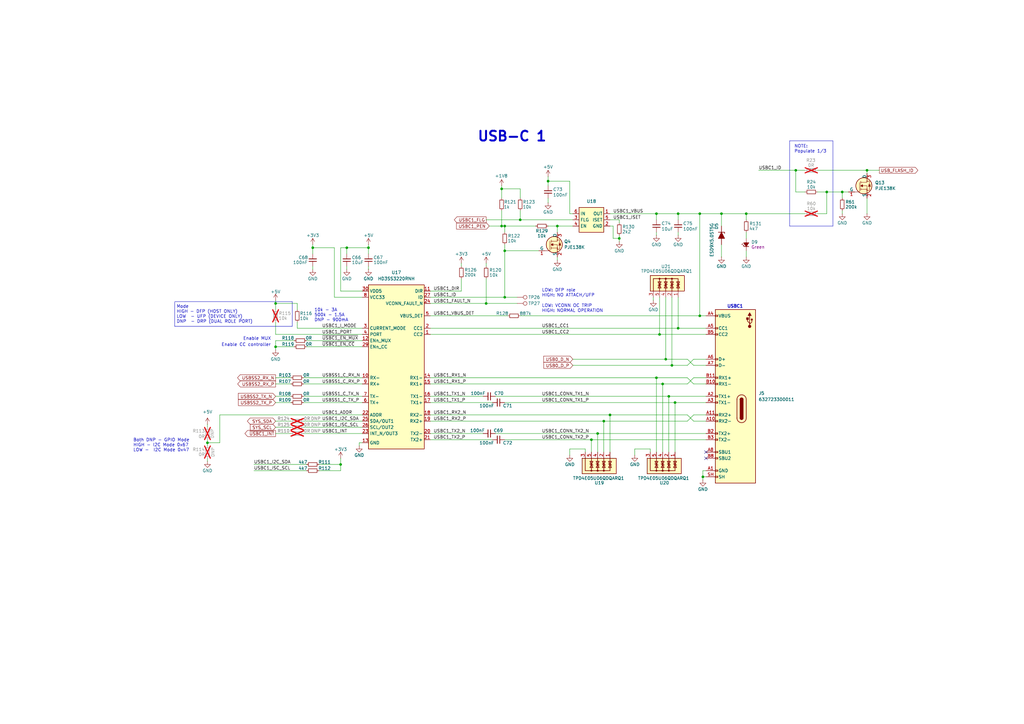
<source format=kicad_sch>
(kicad_sch (version 20231120) (generator "eeschema") (generator_version "8.0")
  (paper "A3")
  (title_block (title "Jetson Carrier Board") (date "2024-07-05") (rev "v1") (company "Argus-1 Cubesat") (comment 1 "www.antmicro.com") (comment 2 "N. Khera"))
  (junction (at 274.32 162.56))
  (junction (at 213.36 90.17))
  (junction (at 273.05 147.32))
  (junction (at 271.78 157.48))
  (junction (at 339.09 78.74))
  (junction (at 326.39 69.85))
  (junction (at 287.02 87.63))
  (junction (at 207.01 92.71))
  (junction (at 270.51 137.16))
  (junction (at 245.11 177.8))
  (junction (at 139.7 190.5))
  (junction (at 278.13 87.63))
  (junction (at 242.57 180.34))
  (junction (at 288.29 195.58))
  (junction (at 275.59 149.86))
  (junction (at 85.09 181.61))
  (junction (at 113.03 142.24))
  (junction (at 128.27 101.6))
  (junction (at 224.79 74.295))
  (junction (at 207.01 102.87))
  (junction (at 247.65 172.72))
  (junction (at 205.74 77.47))
  (junction (at 207.01 121.92))
  (junction (at 250.19 170.18))
  (junction (at 151.13 101.6))
  (junction (at 142.24 101.6))
  (junction (at 287.02 129.54))
  (junction (at 205.74 92.71))
  (junction (at 269.24 87.63))
  (junction (at 345.44 78.74))
  (junction (at 306.07 87.63))
  (junction (at 113.03 124.46))
  (junction (at 355.6 69.85))
  (junction (at 228.6 92.71))
  (junction (at 276.86 165.1))
  (junction (at 295.91 87.63))
  (junction (at 254 97.79))
  (junction (at 278.13 134.62))
  (junction (at 199.39 124.46))
  (junction (at 269.24 154.94))
  (no_connect (at 289.56 187.96))
  (no_connect (at 289.56 185.42))
  (wire (pts (xy 128.27 101.6) (xy 128.27 104.14)))
  (wire (pts (xy 124.46 154.94) (xy 148.59 154.94)))
  (wire (pts (xy 151.13 100.33) (xy 151.13 101.6)))
  (wire (pts (xy 271.78 157.48) (xy 281.94 157.48)))
  (wire (pts (xy 288.29 193.04) (xy 289.56 193.04)))
  (wire (pts (xy 124.46 175.26) (xy 148.59 175.26)))
  (wire (pts (xy 130.81 190.5) (xy 139.7 190.5)))
  (wire (pts (xy 113.03 124.46) (xy 121.92 124.46)))
  (wire (pts (xy 176.53 124.46) (xy 199.39 124.46)))
  (wire (pts (xy 205.74 76.2) (xy 205.74 77.47)))
  (wire (pts (xy 147.32 182.88) (xy 147.32 181.61)))
  (wire (pts (xy 287.02 129.54) (xy 289.56 129.54)))
  (wire (pts (xy 205.74 92.71) (xy 207.01 92.71)))
  (wire (pts (xy 274.32 162.56) (xy 289.56 162.56)))
  (wire (pts (xy 339.09 78.74) (xy 345.44 78.74)))
  (wire (pts (xy 113.03 162.56) (xy 119.38 162.56)))
  (wire (pts (xy 148.59 121.92) (xy 137.16 121.92)))
  (wire (pts (xy 113.03 177.8) (xy 119.38 177.8)))
  (wire (pts (xy 250.19 92.71) (xy 251.46 92.71)))
  (wire (pts (xy 224.79 92.71) (xy 228.6 92.71)))
  (wire (pts (xy 233.68 184.15) (xy 240.03 184.15)))
  (wire (pts (xy 326.39 78.74) (xy 330.2 78.74)))
  (wire (pts (xy 124.46 162.56) (xy 148.59 162.56)))
  (wire (pts (xy 242.57 180.34) (xy 289.56 180.34)))
  (wire (pts (xy 288.29 195.58) (xy 288.29 193.04)))
  (wire (pts (xy 176.53 154.94) (xy 269.24 154.94)))
  (wire (pts (xy 148.59 134.62) (xy 121.92 134.62)))
  (wire (pts (xy 233.68 87.63) (xy 233.68 74.295)))
  (wire (pts (xy 224.79 74.295) (xy 233.68 74.295)))
  (wire (pts (xy 306.07 95.25) (xy 306.07 97.79)))
  (wire (pts (xy 240.03 184.15) (xy 240.03 185.42)))
  (polyline (pts (xy 323.85 57.785) (xy 323.85 92.71)))
  (wire (pts (xy 142.24 109.22) (xy 142.24 110.49)))
  (polyline (pts (xy 71.628 123.952) (xy 71.628 133.858)))
  (wire (pts (xy 176.53 121.92) (xy 207.01 121.92)))
  (wire (pts (xy 113.03 124.46) (xy 113.03 127)))
  (wire (pts (xy 176.53 119.38) (xy 189.23 119.38)))
  (wire (pts (xy 234.95 147.32) (xy 273.05 147.32)))
  (wire (pts (xy 176.53 157.48) (xy 271.78 157.48)))
  (wire (pts (xy 203.2 162.56) (xy 274.32 162.56)))
  (wire (pts (xy 250.19 87.63) (xy 269.24 87.63)))
  (wire (pts (xy 207.01 180.34) (xy 242.57 180.34)))
  (wire (pts (xy 113.03 142.24) (xy 120.65 142.24)))
  (wire (pts (xy 267.97 121.92) (xy 267.97 123.19)))
  (wire (pts (xy 275.59 121.92) (xy 275.59 149.86)))
  (wire (pts (xy 281.94 172.72) (xy 284.48 170.18)))
  (wire (pts (xy 278.13 87.63) (xy 278.13 90.17)))
  (wire (pts (xy 335.28 69.85) (xy 355.6 69.85)))
  (wire (pts (xy 269.24 87.63) (xy 269.24 90.17)))
  (wire (pts (xy 85.09 180.34) (xy 85.09 181.61)))
  (wire (pts (xy 205.74 77.47) (xy 205.74 81.28)))
  (wire (pts (xy 250.19 170.18) (xy 250.19 185.42)))
  (wire (pts (xy 228.6 92.71) (xy 228.6 95.25)))
  (wire (pts (xy 234.95 149.86) (xy 275.59 149.86)))
  (wire (pts (xy 355.6 81.28) (xy 355.6 87.63)))
  (wire (pts (xy 278.13 87.63) (xy 287.02 87.63)))
  (wire (pts (xy 121.92 132.08) (xy 121.92 134.62)))
  (polyline (pts (xy 119.888 133.858) (xy 119.888 123.698)))
  (wire (pts (xy 148.59 119.38) (xy 139.7 119.38)))
  (wire (pts (xy 199.39 107.95) (xy 199.39 109.22)))
  (wire (pts (xy 271.78 157.48) (xy 271.78 185.42)))
  (wire (pts (xy 205.74 86.36) (xy 205.74 92.71)))
  (wire (pts (xy 254 90.17) (xy 254 91.44)))
  (wire (pts (xy 139.7 101.6) (xy 142.24 101.6)))
  (wire (pts (xy 254 96.52) (xy 254 97.79)))
  (wire (pts (xy 284.48 147.32) (xy 289.56 147.32)))
  (wire (pts (xy 295.91 100.33) (xy 295.91 105.41)))
  (wire (pts (xy 284.48 154.94) (xy 289.56 154.94)))
  (wire (pts (xy 228.6 92.71) (xy 234.95 92.71)))
  (wire (pts (xy 250.19 90.17) (xy 254 90.17)))
  (wire (pts (xy 254 97.79) (xy 254 99.06)))
  (wire (pts (xy 207.01 102.87) (xy 207.01 121.92)))
  (wire (pts (xy 128.27 100.33) (xy 128.27 101.6)))
  (wire (pts (xy 281.94 170.18) (xy 284.48 172.72)))
  (wire (pts (xy 284.48 172.72) (xy 289.56 172.72)))
  (wire (pts (xy 176.53 165.1) (xy 201.93 165.1)))
  (wire (pts (xy 270.51 121.92) (xy 270.51 137.16)))
  (wire (pts (xy 189.23 107.95) (xy 189.23 109.22)))
  (polyline (pts (xy 323.85 92.71) (xy 341.63 92.71)))
  (wire (pts (xy 273.05 121.92) (xy 273.05 147.32)))
  (wire (pts (xy 306.07 87.63) (xy 306.07 90.17)))
  (wire (pts (xy 113.03 139.7) (xy 120.65 139.7)))
  (wire (pts (xy 213.36 77.47) (xy 213.36 81.28)))
  (wire (pts (xy 345.44 78.74) (xy 345.44 81.28)))
  (wire (pts (xy 284.48 149.86) (xy 289.56 149.86)))
  (wire (pts (xy 326.39 69.85) (xy 330.2 69.85)))
  (polyline (pts (xy 71.628 123.698) (xy 119.888 123.698)))
  (wire (pts (xy 124.46 177.8) (xy 148.59 177.8)))
  (wire (pts (xy 278.13 121.92) (xy 278.13 134.62)))
  (wire (pts (xy 176.53 170.18) (xy 250.19 170.18)))
  (wire (pts (xy 245.11 177.8) (xy 245.11 185.42)))
  (wire (pts (xy 284.48 170.18) (xy 289.56 170.18)))
  (wire (pts (xy 139.7 119.38) (xy 139.7 101.6)))
  (wire (pts (xy 281.94 154.94) (xy 284.48 157.48)))
  (wire (pts (xy 269.24 154.94) (xy 269.24 185.42)))
  (wire (pts (xy 124.46 157.48) (xy 148.59 157.48)))
  (wire (pts (xy 176.53 180.34) (xy 201.93 180.34)))
  (wire (pts (xy 85.09 187.96) (xy 85.09 189.23)))
  (wire (pts (xy 176.53 162.56) (xy 198.12 162.56)))
  (wire (pts (xy 121.92 124.46) (xy 121.92 127)))
  (wire (pts (xy 176.53 137.16) (xy 270.51 137.16)))
  (wire (pts (xy 113.03 157.48) (xy 119.38 157.48)))
  (wire (pts (xy 90.17 170.18) (xy 90.17 181.61)))
  (wire (pts (xy 142.24 101.6) (xy 142.24 104.14)))
  (wire (pts (xy 213.36 86.36) (xy 213.36 90.17)))
  (wire (pts (xy 273.05 147.32) (xy 281.94 147.32)))
  (wire (pts (xy 207.01 165.1) (xy 276.86 165.1)))
  (wire (pts (xy 278.13 95.25) (xy 278.13 96.52)))
  (wire (pts (xy 287.02 87.63) (xy 295.91 87.63)))
  (wire (pts (xy 339.09 87.63) (xy 339.09 78.74)))
  (wire (pts (xy 233.68 87.63) (xy 234.95 87.63)))
  (wire (pts (xy 205.74 77.47) (xy 213.36 77.47)))
  (wire (pts (xy 335.28 78.74) (xy 339.09 78.74)))
  (wire (pts (xy 113.03 139.7) (xy 113.03 142.24)))
  (wire (pts (xy 274.32 162.56) (xy 274.32 185.42)))
  (wire (pts (xy 113.03 172.72) (xy 119.38 172.72)))
  (wire (pts (xy 360.68 69.85) (xy 355.6 69.85)))
  (wire (pts (xy 124.46 165.1) (xy 148.59 165.1)))
  (wire (pts (xy 260.35 186.69) (xy 260.35 184.15)))
  (wire (pts (xy 242.57 180.34) (xy 242.57 185.42)))
  (wire (pts (xy 85.09 181.61) (xy 90.17 181.61)))
  (wire (pts (xy 335.28 87.63) (xy 339.09 87.63)))
  (wire (pts (xy 207.01 121.92) (xy 212.09 121.92)))
  (wire (pts (xy 148.59 137.16) (xy 113.03 137.16)))
  (wire (pts (xy 326.39 69.85) (xy 326.39 78.74)))
  (wire (pts (xy 147.32 181.61) (xy 148.59 181.61)))
  (polyline (pts (xy 323.85 57.785) (xy 341.63 57.785)))
  (wire (pts (xy 224.79 74.295) (xy 224.79 76.2)))
  (wire (pts (xy 345.44 86.36) (xy 345.44 87.63)))
  (polyline (pts (xy 71.628 133.858) (xy 119.888 133.858)))
  (wire (pts (xy 228.6 105.41) (xy 228.6 106.68)))
  (wire (pts (xy 176.53 172.72) (xy 247.65 172.72)))
  (wire (pts (xy 276.86 165.1) (xy 276.86 185.42)))
  (wire (pts (xy 199.39 90.17) (xy 213.36 90.17)))
  (wire (pts (xy 260.35 184.15) (xy 266.7 184.15)))
  (wire (pts (xy 207.01 92.71) (xy 207.01 95.25)))
  (wire (pts (xy 151.13 109.22) (xy 151.13 110.49)))
  (wire (pts (xy 203.2 177.8) (xy 245.11 177.8)))
  (wire (pts (xy 224.79 72.39) (xy 224.79 74.295)))
  (wire (pts (xy 128.27 109.22) (xy 128.27 110.49)))
  (wire (pts (xy 139.7 187.96) (xy 139.7 190.5)))
  (wire (pts (xy 247.65 172.72) (xy 281.94 172.72)))
  (wire (pts (xy 207.01 100.33) (xy 207.01 102.87)))
  (wire (pts (xy 142.24 101.6) (xy 151.13 101.6)))
  (wire (pts (xy 137.16 101.6) (xy 137.16 121.92)))
  (wire (pts (xy 254 97.79) (xy 251.46 97.79)))
  (wire (pts (xy 245.11 177.8) (xy 289.56 177.8)))
  (wire (pts (xy 355.6 69.85) (xy 355.6 71.12)))
  (wire (pts (xy 281.94 149.86) (xy 284.48 147.32)))
  (wire (pts (xy 176.53 134.62) (xy 278.13 134.62)))
  (wire (pts (xy 113.03 123.19) (xy 113.03 124.46)))
  (wire (pts (xy 104.14 193.04) (xy 125.73 193.04)))
  (wire (pts (xy 233.68 186.69) (xy 233.68 184.15)))
  (wire (pts (xy 295.91 87.63) (xy 295.91 92.71)))
  (wire (pts (xy 311.15 69.85) (xy 326.39 69.85)))
  (wire (pts (xy 276.86 165.1) (xy 289.56 165.1)))
  (wire (pts (xy 266.7 184.15) (xy 266.7 185.42)))
  (wire (pts (xy 189.23 114.3) (xy 189.23 119.38)))
  (wire (pts (xy 207.01 92.71) (xy 219.71 92.71)))
  (wire (pts (xy 125.73 142.24) (xy 148.59 142.24)))
  (wire (pts (xy 284.48 157.48) (xy 289.56 157.48)))
  (wire (pts (xy 269.24 154.94) (xy 281.94 154.94)))
  (wire (pts (xy 199.39 114.3) (xy 199.39 124.46)))
  (wire (pts (xy 113.03 142.24) (xy 113.03 143.51)))
  (wire (pts (xy 269.24 95.25) (xy 269.24 96.52)))
  (wire (pts (xy 288.29 195.58) (xy 289.56 195.58)))
  (wire (pts (xy 199.39 124.46) (xy 212.09 124.46)))
  (wire (pts (xy 113.03 175.26) (xy 119.38 175.26)))
  (wire (pts (xy 85.09 181.61) (xy 85.09 182.88)))
  (wire (pts (xy 295.91 87.63) (xy 306.07 87.63)))
  (wire (pts (xy 250.19 170.18) (xy 281.94 170.18)))
  (wire (pts (xy 306.07 102.87) (xy 306.07 105.41)))
  (wire (pts (xy 281.94 147.32) (xy 284.48 149.86)))
  (wire (pts (xy 137.16 101.6) (xy 128.27 101.6)))
  (wire (pts (xy 306.07 87.63) (xy 330.2 87.63)))
  (wire (pts (xy 213.36 129.54) (xy 287.02 129.54)))
  (wire (pts (xy 90.17 170.18) (xy 148.59 170.18)))
  (wire (pts (xy 124.46 172.72) (xy 148.59 172.72)))
  (wire (pts (xy 113.03 165.1) (xy 119.38 165.1)))
  (wire (pts (xy 207.01 102.87) (xy 220.98 102.87)))
  (wire (pts (xy 213.36 90.17) (xy 234.95 90.17)))
  (wire (pts (xy 200.66 92.71) (xy 205.74 92.71)))
  (wire (pts (xy 281.94 157.48) (xy 284.48 154.94)))
  (polyline (pts (xy 341.63 92.71) (xy 341.63 57.785)))
  (wire (pts (xy 269.24 87.63) (xy 278.13 87.63)))
  (wire (pts (xy 275.59 149.86) (xy 281.94 149.86)))
  (wire (pts (xy 270.51 137.16) (xy 289.56 137.16)))
  (wire (pts (xy 345.44 78.74) (xy 347.98 78.74)))
  (wire (pts (xy 247.65 172.72) (xy 247.65 185.42)))
  (wire (pts (xy 176.53 177.8) (xy 198.12 177.8)))
  (wire (pts (xy 251.46 92.71) (xy 251.46 97.79)))
  (wire (pts (xy 176.53 129.54) (xy 208.28 129.54)))
  (wire (pts (xy 278.13 134.62) (xy 289.56 134.62)))
  (wire (pts (xy 113.03 132.08) (xy 113.03 137.16)))
  (wire (pts (xy 139.7 193.04) (xy 139.7 190.5)))
  (wire (pts (xy 130.81 193.04) (xy 139.7 193.04)))
  (wire (pts (xy 104.14 190.5) (xy 125.73 190.5)))
  (wire (pts (xy 224.79 81.28) (xy 224.79 83.185)))
  (wire (pts (xy 113.03 154.94) (xy 119.38 154.94)))
  (wire (pts (xy 125.73 139.7) (xy 148.59 139.7)))
  (wire (pts (xy 288.29 196.85) (xy 288.29 195.58)))
  (wire (pts (xy 151.13 101.6) (xy 151.13 104.14)))
  (wire (pts (xy 287.02 87.63) (xy 287.02 129.54)))
  (wire (pts (xy 85.09 173.99) (xy 85.09 175.26)))
  (text "Mode\nHIGH - DFP (HOST ONLY)\nLOW  - UFP (DEVICE ONLY)\nDNP  - DRP (DUAL ROLE PORT)\n" (at 72.39 132.715 0) (effects (font (size 1.27 1.27)) (justify left bottom)))
  (text "Enable MUX" (at 99.695 139.7 0) (effects (font (size 1.27 1.27)) (justify left bottom)))
  (text "Both DNP - GPIO Mode\nHIGH - I2C Mode 0x67\nLOW -  I2C Mode 0x47" (at 54.61 185.42 0) (effects (font (size 1.27 1.27)) (justify left bottom)))
  (text "USB-C 1" (at 195.58 58.42 0) (effects (font (size 4 4) (thickness 0.8) (bold yes)) (justify left bottom)))
  (text "10k - 3A\n500k - 1.5A\nDNP - 900mA" (at 128.905 132.08 0) (effects (font (size 1.27 1.27)) (justify left bottom)))
  (text "LOW: DFP role \nHIGH: NO ATTACH/UFP" (at 222.25 121.92 0) (effects (font (size 1.27 1.27)) (justify left bottom)))
  (text "NOTE:\nPopulate 1/3" (at 325.755 62.865 0) (effects (font (size 1.27 1.27)) (justify left bottom)))
  (text "USBC1" (at 298.196 126.492 0) (effects (font (size 1.27 1.27) (thickness 0.254) (bold yes)) (justify left bottom)))
  (text "LOW: VCONN OC TRIP \nHIGH: NORMAL OPERATION" (at 222.25 128.27 0) (effects (font (size 1.27 1.27)) (justify left bottom)))
  (text "Enable CC controller" (at 90.805 142.24 0) (effects (font (size 1.27 1.27)) (justify left bottom)))
  (label "USBC1_ISC_SCL" (at 132.08 175.26 0))
  (label "USBC1_RX1_P" (at 177.8 157.48 0))
  (label "USBC1_ISET" (at 251.46 90.17 0))
  (label "USBC1_I2C_SDA" (at 132.08 172.72 0))
  (label "USBC1_CONN_TX2_P" (at 222.25 180.34 0))
  (label "USBC1_CONN_TX2_N" (at 222.25 177.8 0))
  (label "USBC1_FAULT_N" (at 177.8 124.46 0))
  (label "USBC1_CONN_TX1_N" (at 222.25 162.56 0))
  (label "USBC1_INT" (at 132.08 177.8 0))
  (label "USBC1_CONN_TX1_P" (at 222.25 165.1 0))
  (label "USBC1_PORT" (at 132.08 137.16 0))
  (label "USBC1_TX2_N" (at 177.8 177.8 0))
  (label "USBSS1_C_RX_P" (at 132.08 157.48 0))
  (label "USBC1_TX1_N" (at 177.8 162.56 0))
  (label "USBSS1_C_TX_N" (at 132.08 162.56 0))
  (label "USBC1_ISC_SCL" (at 104.14 193.04 0))
  (label "~{USBC1_EN_MUX}" (at 132.08 139.7 0))
  (label "USBC1_VBUS_DET" (at 177.8 129.54 0))
  (label "USBC1_CC2" (at 222.25 137.16 0))
  (label "USBC1_TX2_P" (at 177.8 180.34 0))
  (label "USBC1_I_MODE" (at 132.08 134.62 0))
  (label "USBC1_VBUS" (at 251.46 87.63 0))
  (label "USBSS1_C_TX_P" (at 132.08 165.1 0))
  (label "USBC1_TX1_P" (at 177.8 165.1 0))
  (label "USBC1_ID" (at 311.15 69.85 0))
  (label "USBC1_I2C_SDA" (at 104.14 190.5 0))
  (label "USBSS1_C_RX_N" (at 132.08 154.94 0))
  (label "USBC1_CC1" (at 222.25 134.62 0))
  (label "~{USBC1_EN_CC}" (at 132.08 142.24 0))
  (label "USBC1_ADDR" (at 132.08 170.18 0))
  (label "USBC1_RX1_N" (at 177.8 154.94 0))
  (label "USBC1_ID" (at 177.8 121.92 0))
  (label "USBC1_RX2_N" (at 177.8 170.18 0))
  (label "USBC1_DIR" (at 177.8 119.38 0))
  (label "USBC1_RX2_P" (at 177.8 172.72 0))
  (global_label "~{USBC1_INT}" (shape output) (at 113.03 177.8 180) (property "Intersheetrefs" "${INTERSHEET_REFS}" (at 91.44 177.8 0) (effects (justify left))))
  (global_label "SYS_SCL" (shape input) (at 113.03 175.26 180) (property "Intersheetrefs" "${INTERSHEET_REFS}" (at 91.44 175.26 0) (effects (justify left))))
  (global_label "USBC1_PEN" (shape input) (at 200.66 92.71 180) (property "Intersheetrefs" "${INTERSHEET_REFS}" (at 186.69 92.71 0) (effects (justify right))))
  (global_label "USB_FLASH_ID" (shape output) (at 360.68 69.85 0) (property "Intersheetrefs" "${INTERSHEET_REFS}" (at 376.4583 69.7706 0) (effects (justify left))))
  (global_label "USBSS2_TX_P" (shape input) (at 113.03 165.1 180) (property "Intersheetrefs" "${INTERSHEET_REFS}" (at 94.615 165.1 0) (effects (justify right))))
  (global_label "USB0_D_N" (shape input) (at 234.95 147.32 180) (property "Intersheetrefs" "${INTERSHEET_REFS}" (at 221.615 147.32 0) (effects (justify right))))
  (global_label "USBSS2_TX_N" (shape input) (at 113.03 162.56 180) (property "Intersheetrefs" "${INTERSHEET_REFS}" (at 94.615 162.56 0) (effects (justify right))))
  (global_label "USB0_D_P" (shape input) (at 234.95 149.86 180) (property "Intersheetrefs" "${INTERSHEET_REFS}" (at 221.615 149.86 0) (effects (justify right))))
  (global_label "USBSS2_RX_P" (shape output) (at 113.03 157.48 180) (property "Intersheetrefs" "${INTERSHEET_REFS}" (at 93.98 157.48 0) (effects (font (size 1.1 1.1)) (justify right))))
  (global_label "USBC1_FLG" (shape output) (at 199.39 90.17 180) (property "Intersheetrefs" "${INTERSHEET_REFS}" (at 185.42 90.17 0) (effects (justify right))))
  (global_label "USBSS2_RX_N" (shape output) (at 113.03 154.94 180) (property "Intersheetrefs" "${INTERSHEET_REFS}" (at 93.98 154.94 0) (effects (font (size 1.1 1.1)) (justify right))))
  (global_label "SYS_SDA" (shape bidirectional) (at 113.03 172.72 180) (property "Intersheetrefs" "${INTERSHEET_REFS}" (at 91.44 172.72 0) (effects (justify left))))
  (symbol (lib_id "JetsonCarrier:HD3SS3220RNH") (at 148.59 119.38 0) (unit 1)
    (property "Reference" "U17" (at 162.56 111.76 0))
    (property "Value" "HD3SS3220RNH" (at 162.56 114.3 0))
    (property "Footprint" "JetsonCarrier:WQFN-30-1EP_4.6x2.6mm_P0.4mm" (effects (hide yes)))
    (property "Datasheet" "https://www.ti.com/lit/ds/symlink/hd3ss3220.pdf?ts=1663000043694&ref_url=https%253A%252F%252Fwww.google.com%252F" (effects (hide yes)))
    (property "Manufacturer" "Texas Instruments" (effects (hide yes)))
    (property "MPN" "HD3SS3220RNHT" (effects (hide yes)))
    (property "Author" "Antmicro" (effects (hide yes)))
    (property "License" "Apache-2.0" (effects (hide yes)))
  )
  (symbol (lib_id "Device:R_Small") (at 306.07 92.71 0) (unit 1)
    (property "Reference" "R131" (at 312.42 92.456 0) (effects (justify right bottom)))
    (property "Value" "4k7" (at 310.896 94.488 0) (effects (justify right bottom)))
    (property "Footprint" "Resistor_SMD:R_0402_1005Metric" (effects (hide yes)))
    (property "Description" "Resistor, small symbol" (effects (hide yes)))
    (property "Manufacturer" "Bourns" (effects (hide yes)))
    (property "MPN" "CR0402-FX-4700GLF" (effects (hide yes)))
    (property "Val" "4k7" (effects (hide yes)))
    (property "License" "Apache-2.0" (effects (hide yes)))
    (property "Author" "Antmicro" (effects (hide yes)))
    (property "Tolerance" "1%" (effects (hide yes)))
  )
  (symbol (lib_id "Device:LED_Small_Filled") (at 306.07 100.33 90) (unit 1)
    (property "Reference" "D9" (at 308.102 99.314 90) (effects (justify right)))
    (property "Value" "LED_G_0603_LTST-C190GKT" (effects (hide yes)))
    (property "Footprint" "LED_SMD:LED_0603_1608Metric" (effects (hide yes)))
    (property "Description" "Light emitting diode, small symbol, filled shape" (effects (hide yes)))
    (property "MPN" "LTST-C190GKT" (effects (hide yes)))
    (property "Manufacturer" "Lite-On" (effects (hide yes)))
    (property "Author" "Antmicro" (effects (hide yes)))
    (property "License" "Apache-2.0" (effects (hide yes)))
    (property "Public" "False" (effects (hide yes)))
    (property "Color" "Green" (at 308.102 101.346 90) (effects (justify right)))
  )
  (symbol (lib_id "Device:R_Small") (at 332.74 78.74 90) (unit 1)
    (property "Reference" "R24" (at 332.74 73.914 90) (effects (justify bottom)))
    (property "Value" "10k" (at 332.74 76.708 90))
    (property "Footprint" "Resistor_SMD:R_0603_1608Metric" (effects (hide yes)))
    (property "Description" "Resistor, small symbol" (effects (hide yes)))
    (property "Manufacturer" "Bourns" (effects (hide yes)))
    (property "MPN" "CR0402-FX-1002GLF" (effects (hide yes)))
    (property "Val" "10k" (effects (hide yes)))
    (property "License" "Apache-2.0" (effects (hide yes)))
    (property "Author" "Antmicro" (effects (hide yes)))
    (property "Tolerance" "1%" (effects (hide yes)))
  )
  (symbol (lib_id "JetsonCarrier:AP22615A_TSOT26") (at 234.95 87.63 0) (unit 1)
    (property "Reference" "U18" (at 242.57 82.55 0))
    (property "Value" "AP22615A_TSOT26" (effects (hide yes)))
    (property "Footprint" "Package_TO_SOT_SMD:TSOT-23-6" (effects (hide yes)))
    (property "Datasheet" "https://www.mouser.pl/datasheet/2/115/DIOD_S_A0008958405_1-2543193.pdf" (effects (hide yes)))
    (property "MPN" "AP22615AWU-7 " (effects (hide yes)))
    (property "Manufacturer" "Diodes Incorporated" (effects (hide yes)))
    (property "Author" "Antmicro" (effects (hide yes)))
    (property "License" "Apache-2.0" (effects (hide yes)))
  )
  (symbol (lib_id "Connector:TestPoint") (at 212.09 124.46 270) (unit 1)
    (property "Reference" "TP27" (at 216.662 124.46 90) (effects (justify left)))
    (property "Value" "TP_0.75mm_SMD" (effects (hide yes)))
    (property "Footprint" "JetsonCarrier:TP_SMD_0.75mm" (effects (hide yes)))
    (property "Description" "test point" (effects (hide yes)))
    (property "Author" "Antmicro" (effects (hide yes)))
    (property "License" "Apache-2.0" (effects (hide yes)))
  )
  (symbol (lib_id "power:GND") (at 142.24 110.49 0) (mirror y) (unit 1)
    (property "Reference" "#PWR0114" (effects (hide yes)))
    (property "Value" "GND" (at 142.24 114.3 0))
    (property "Description" "Power symbol creates a global label with name \"GND\" , ground" (effects (hide yes)))
    (property "Author" "Antmicro" (effects (hide yes)))
    (property "License" "Apache-2.0" (effects (hide yes)))
  )
  (symbol (lib_id "power:GND") (at 224.79 83.185 0) (mirror y) (unit 1)
    (property "Reference" "#PWR0122" (effects (hide yes)))
    (property "Value" "GND" (at 224.79 86.995 0))
    (property "Description" "Power symbol creates a global label with name \"GND\" , ground" (effects (hide yes)))
    (property "Author" "Antmicro" (effects (hide yes)))
    (property "License" "Apache-2.0" (effects (hide yes)))
  )
  (symbol (lib_id "power:+5V") (at 113.03 123.19 0) (unit 1)
    (property "Reference" "#PWR0110" (effects (hide yes)))
    (property "Value" "+5V" (at 113.03 119.634 0))
    (property "Description" "Power symbol creates a global label with name \"+5V\"" (effects (hide yes)))
  )
  (symbol (lib_id "Device:R_Small") (at 85.09 185.42 180) (unit 1) (dnp yes)
    (property "Reference" "R114" (at 84.074 183.642 0) (effects (justify left bottom)))
    (property "Value" "0R" (at 84.074 185.674 0) (effects (justify left bottom)))
    (property "Footprint" "Resistor_SMD:R_0402_1005Metric" (effects (hide yes)))
    (property "Description" "Resistor, small symbol" (effects (hide yes)))
    (property "Manufacturer" "Panasonic" (effects (hide yes)))
    (property "MPN" "ERJ2GE0R00X" (effects (hide yes)))
    (property "Val" "0R" (effects (hide yes)))
    (property "DNP" "DNP" (at 86.614 183.388 90) (effects (justify left bottom)))
    (property "License" "Apache-2.0" (effects (hide yes)))
    (property "Author" "Antmicro" (effects (hide yes)))
    (property "Current" "1A" (effects (hide yes)))
  )
  (symbol (lib_id "power:GND") (at 278.13 96.52 0) (mirror y) (unit 1)
    (property "Reference" "#PWR0129" (effects (hide yes)))
    (property "Value" "GND" (at 278.13 100.33 0))
    (property "Description" "Power symbol creates a global label with name \"GND\" , ground" (effects (hide yes)))
    (property "Author" "Antmicro" (effects (hide yes)))
    (property "License" "Apache-2.0" (effects (hide yes)))
  )
  (symbol (lib_id "power:GND") (at 233.68 186.69 0) (unit 1)
    (property "Reference" "#PWR0124" (effects (hide yes)))
    (property "Value" "GND" (at 231.648 190.5 0) (effects (justify left)))
    (property "Description" "Power symbol creates a global label with name \"GND\" , ground" (effects (hide yes)))
    (property "Author" "Antmicro" (effects (hide yes)))
    (property "License" "Apache-2.0" (effects (hide yes)))
  )
  (symbol (lib_id "power:+5V") (at 199.39 107.95 0) (mirror y) (unit 1)
    (property "Reference" "#PWR0120" (effects (hide yes)))
    (property "Value" "+5V" (at 199.39 104.14 0))
    (property "Description" "Power symbol creates a global label with name \"+5V\"" (effects (hide yes)))
  )
  (symbol (lib_id "Device:R_Small") (at 128.27 190.5 270) (unit 1)
    (property "Reference" "R111" (at 130.556 190.246 90) (effects (justify left bottom)))
    (property "Value" "4k7" (at 122.428 190.246 90) (effects (justify left bottom)))
    (property "Footprint" "Resistor_SMD:R_0402_1005Metric" (effects (hide yes)))
    (property "Description" "Resistor, small symbol" (effects (hide yes)))
    (property "Manufacturer" "Bourns" (effects (hide yes)))
    (property "MPN" "CR0402-FX-2003GLF" (effects (hide yes)))
    (property "Val" "4k7" (effects (hide yes)))
    (property "License" "Apache-2.0" (effects (hide yes)))
    (property "Author" "Antmicro" (effects (hide yes)))
    (property "Tolerance" "1%" (effects (hide yes)))
  )
  (symbol (lib_id "Device:C_Small") (at 269.24 92.71 0) (mirror x) (unit 1)
    (property "Reference" "C74" (at 271.272 90.932 0) (effects (justify left bottom)))
    (property "Value" "10uF" (at 271.272 93.218 0) (effects (justify left bottom)))
    (property "Footprint" "Capacitor_SMD:C_0603_1608Metric" (effects (hide yes)))
    (property "Description" "Unpolarized capacitor, small symbol" (effects (hide yes)))
    (property "Manufacturer" "Murata" (effects (hide yes)))
    (property "MPN" "GRM188R61A106KE69D" (effects (hide yes)))
    (property "Val" "10u" (effects (hide yes)))
    (property "License" "Apache-2.0" (effects (hide yes)))
    (property "Author" "Antmicro" (effects (hide yes)))
  )
  (symbol (lib_id "Device:R_Small") (at 121.92 165.1 90) (unit 1)
    (property "Reference" "R109" (at 119.38 163.322 90) (effects (justify left bottom)))
    (property "Value" "0R" (at 127 163.322 90) (effects (justify left bottom)))
    (property "Footprint" "Resistor_SMD:R_0402_1005Metric" (effects (hide yes)))
    (property "Description" "Resistor, small symbol" (effects (hide yes)))
    (property "Manufacturer" "Panasonic" (effects (hide yes)))
    (property "MPN" "ERJ2GE0R00X" (effects (hide yes)))
    (property "Val" "0R" (effects (hide yes)))
    (property "License" "Apache-2.0" (effects (hide yes)))
    (property "Author" "Antmicro" (effects (hide yes)))
    (property "Current" "1A" (effects (hide yes)))
  )
  (symbol (lib_id "power:GND") (at 113.03 143.51 0) (unit 1)
    (property "Reference" "#PWR0111" (effects (hide yes)))
    (property "Value" "GND" (at 113.03 147.32 0))
    (property "Description" "Power symbol creates a global label with name \"GND\" , ground" (effects (hide yes)))
    (property "Author" "Antmicro" (effects (hide yes)))
    (property "License" "Apache-2.0" (effects (hide yes)))
  )
  (symbol (lib_id "Device:C_Small") (at 151.13 106.68 0) (mirror x) (unit 1)
    (property "Reference" "C67" (at 153.162 104.902 0) (effects (justify left bottom)))
    (property "Value" "100nF" (at 153.162 106.934 0) (effects (justify left bottom)))
    (property "Footprint" "Capacitor_SMD:C_0402_1005Metric" (effects (hide yes)))
    (property "Description" "Unpolarized capacitor, small symbol" (effects (hide yes)))
    (property "Manufacturer" "Murata" (effects (hide yes)))
    (property "MPN" "GRM155R61H104KE14D" (effects (hide yes)))
    (property "Val" "100n" (effects (hide yes)))
    (property "License" "Apache-2.0" (effects (hide yes)))
    (property "Author" "Antmicro" (effects (hide yes)))
    (property "Voltage" "50V" (effects (hide yes)))
    (property "Dielectric" "X5R" (effects (hide yes)))
  )
  (symbol (lib_id "Device:R_Small") (at 121.92 129.54 0) (unit 1)
    (property "Reference" "R116" (at 122.936 129.286 0) (effects (justify left bottom)))
    (property "Value" "10k" (at 122.936 131.318 0) (effects (justify left bottom)))
    (property "Footprint" "Resistor_SMD:R_0402_1005Metric" (effects (hide yes)))
    (property "Description" "Resistor, small symbol" (effects (hide yes)))
    (property "Manufacturer" "Bourns" (effects (hide yes)))
    (property "MPN" "CR0402-FX-1002GLF" (effects (hide yes)))
    (property "Val" "10k" (effects (hide yes)))
    (property "License" "Apache-2.0" (effects (hide yes)))
    (property "Author" "Antmicro" (effects (hide yes)))
    (property "Tolerance" "1%" (effects (hide yes)))
  )
  (symbol (lib_id "Device:R_Small") (at 345.44 83.82 0) (unit 1)
    (property "Reference" "R61" (at 346.71 83.566 0) (effects (justify left bottom)))
    (property "Value" "200k" (at 346.71 85.598 0) (effects (justify left bottom)))
    (property "Footprint" "Resistor_SMD:R_0603_1608Metric" (effects (hide yes)))
    (property "Description" "Resistor, small symbol" (effects (hide yes)))
    (property "Manufacturer" "Bourns" (effects (hide yes)))
    (property "MPN" "CR0402-FX-2003GLF" (effects (hide yes)))
    (property "Val" "200k" (effects (hide yes)))
    (property "License" "Apache-2.0" (effects (hide yes)))
    (property "Author" "Antmicro" (effects (hide yes)))
    (property "Tolerance" "1%" (effects (hide yes)))
  )
  (symbol (lib_id "Device:C_Small") (at 278.13 92.71 0) (mirror x) (unit 1)
    (property "Reference" "C75" (at 280.162 90.932 0) (effects (justify left bottom)))
    (property "Value" "100nF" (at 280.162 93.218 0) (effects (justify left bottom)))
    (property "Footprint" "Capacitor_SMD:C_0603_1608Metric" (effects (hide yes)))
    (property "Description" "Unpolarized capacitor, small symbol" (effects (hide yes)))
    (property "Manufacturer" "Murata" (effects (hide yes)))
    (property "MPN" "GRM155R61H104KE14D" (effects (hide yes)))
    (property "Val" "100n" (effects (hide yes)))
    (property "License" "Apache-2.0" (effects (hide yes)))
    (property "Author" "Antmicro" (effects (hide yes)))
    (property "Voltage" "50V" (effects (hide yes)))
    (property "Dielectric" "X5R" (effects (hide yes)))
  )
  (symbol (lib_id "Device:R_Small") (at 123.19 142.24 90) (unit 1)
    (property "Reference" "R119" (at 120.65 140.462 90) (effects (justify left bottom)))
    (property "Value" "0R" (at 128.016 140.462 90) (effects (justify left bottom)))
    (property "Footprint" "Resistor_SMD:R_0402_1005Metric" (effects (hide yes)))
    (property "Description" "Resistor, small symbol" (effects (hide yes)))
    (property "Manufacturer" "Panasonic" (effects (hide yes)))
    (property "MPN" "ERJ2GE0R00X" (effects (hide yes)))
    (property "Val" "0R" (effects (hide yes)))
    (property "License" "Apache-2.0" (effects (hide yes)))
    (property "Author" "Antmicro" (effects (hide yes)))
    (property "Current" "1A" (effects (hide yes)))
  )
  (symbol (lib_id "power:+3V3") (at 139.7 187.96 0) (mirror y) (unit 1)
    (property "Reference" "#PWR0331" (effects (hide yes)))
    (property "Value" "+3V3" (at 137.033 184.277 0) (effects (justify right)))
    (property "Description" "Power symbol creates a global label with name \"+3V3\"" (effects (hide yes)))
  )
  (symbol (lib_id "Connector:TestPoint") (at 212.09 121.92 270) (unit 1)
    (property "Reference" "TP26" (at 216.662 121.92 90) (effects (justify left)))
    (property "Value" "TP_0.75mm_SMD" (effects (hide yes)))
    (property "Footprint" "JetsonCarrier:TP_SMD_0.75mm" (effects (hide yes)))
    (property "Description" "test point" (effects (hide yes)))
    (property "Author" "Antmicro" (effects (hide yes)))
    (property "License" "Apache-2.0" (effects (hide yes)))
  )
  (symbol (lib_id "Device:R_Small") (at 213.36 83.82 0) (unit 1)
    (property "Reference" "R123" (at 214.376 83.566 0) (effects (justify left bottom)))
    (property "Value" "10k" (at 214.376 85.598 0) (effects (justify left bottom)))
    (property "Footprint" "Resistor_SMD:R_0402_1005Metric" (effects (hide yes)))
    (property "Description" "Resistor, small symbol" (effects (hide yes)))
    (property "Manufacturer" "Bourns" (effects (hide yes)))
    (property "MPN" "CR0402-FX-1002GLF" (effects (hide yes)))
    (property "Val" "10k" (effects (hide yes)))
    (property "License" "Apache-2.0" (effects (hide yes)))
    (property "Author" "Antmicro" (effects (hide yes)))
    (property "Tolerance" "1%" (effects (hide yes)))
  )
  (symbol (lib_id "Device:R_Small") (at 121.92 162.56 90) (unit 1)
    (property "Reference" "R108" (at 119.38 160.782 90) (effects (justify left bottom)))
    (property "Value" "0R" (at 127 160.782 90) (effects (justify left bottom)))
    (property "Footprint" "Resistor_SMD:R_0402_1005Metric" (effects (hide yes)))
    (property "Description" "Resistor, small symbol" (effects (hide yes)))
    (property "Manufacturer" "Panasonic" (effects (hide yes)))
    (property "MPN" "ERJ2GE0R00X" (effects (hide yes)))
    (property "Val" "0R" (effects (hide yes)))
    (property "License" "Apache-2.0" (effects (hide yes)))
    (property "Author" "Antmicro" (effects (hide yes)))
    (property "Current" "1A" (effects (hide yes)))
  )
  (symbol (lib_id "Device:R_Small") (at 128.27 193.04 270) (unit 1)
    (property "Reference" "R112" (at 130.556 192.786 90) (effects (justify left bottom)))
    (property "Value" "4k7" (at 122.428 192.786 90) (effects (justify left bottom)))
    (property "Footprint" "Resistor_SMD:R_0402_1005Metric" (effects (hide yes)))
    (property "Description" "Resistor, small symbol" (effects (hide yes)))
    (property "Manufacturer" "Bourns" (effects (hide yes)))
    (property "MPN" "CR0402-FX-2003GLF" (effects (hide yes)))
    (property "Val" "4k7" (effects (hide yes)))
    (property "License" "Apache-2.0" (effects (hide yes)))
    (property "Author" "Antmicro" (effects (hide yes)))
    (property "Tolerance" "1%" (effects (hide yes)))
  )
  (symbol (lib_id "power:GND") (at 147.32 182.88 0) (unit 1)
    (property "Reference" "#PWR0116" (effects (hide yes)))
    (property "Value" "GND" (at 145.288 186.69 0) (effects (justify left)))
    (property "Description" "Power symbol creates a global label with name \"GND\" , ground" (effects (hide yes)))
    (property "Author" "Antmicro" (effects (hide yes)))
    (property "License" "Apache-2.0" (effects (hide yes)))
  )
  (symbol (lib_id "power:GND") (at 85.09 189.23 0) (unit 1)
    (property "Reference" "#PWR0109" (effects (hide yes)))
    (property "Value" "GND" (at 85.09 193.04 0))
    (property "Description" "Power symbol creates a global label with name \"GND\" , ground" (effects (hide yes)))
    (property "Author" "Antmicro" (effects (hide yes)))
    (property "License" "Apache-2.0" (effects (hide yes)))
  )
  (symbol (lib_id "power:GND") (at 228.6 106.68 0) (mirror y) (unit 1)
    (property "Reference" "#PWR0123" (effects (hide yes)))
    (property "Value" "GND" (at 228.6 110.49 0))
    (property "Description" "Power symbol creates a global label with name \"GND\" , ground" (effects (hide yes)))
    (property "Author" "Antmicro" (effects (hide yes)))
    (property "License" "Apache-2.0" (effects (hide yes)))
  )
  (symbol (lib_id "power:GND") (at 260.35 186.69 0) (unit 1)
    (property "Reference" "#PWR0126" (effects (hide yes)))
    (property "Value" "GND" (at 258.318 190.5 0) (effects (justify left)))
    (property "Description" "Power symbol creates a global label with name \"GND\" , ground" (effects (hide yes)))
    (property "Author" "Antmicro" (effects (hide yes)))
    (property "License" "Apache-2.0" (effects (hide yes)))
  )
  (symbol (lib_id "JetsonCarrier:PJE138K") (at 347.98 78.74 0) (unit 1)
    (property "Reference" "Q13" (at 358.902 74.93 0) (effects (justify left)))
    (property "Value" "PJE138K" (at 358.902 77.978 0) (effects (justify left bottom)))
    (property "Footprint" "Package_TO_SOT_SMD:SOT-523" (effects (hide yes)))
    (property "Datasheet" "https://www.mouser.com/datasheet/2/1057/PJE138K-1876698.pdf" (effects (hide yes)))
    (property "MPN" "PJE138K_R1_00001" (effects (hide yes)))
    (property "Manufacturer" "PANJIT" (effects (hide yes)))
    (property "Author" "Antmicro" (effects (hide yes)))
    (property "License" "Apache-2.0" (effects (hide yes)))
  )
  (symbol (lib_id "Device:R_Small") (at 121.92 175.26 90) (unit 1) (dnp yes)
    (property "Reference" "R125" (at 118.872 173.482 90) (effects (justify left bottom)))
    (property "Value" "0R" (at 127.254 173.482 90) (effects (justify left bottom)))
    (property "Footprint" "Resistor_SMD:R_0402_1005Metric" (effects (hide yes)))
    (property "Description" "Resistor, small symbol" (effects (hide yes)))
    (property "Manufacturer" "Panasonic" (effects (hide yes)))
    (property "MPN" "ERJ2GE0R00X" (effects (hide yes)))
    (property "Val" "0R" (effects (hide yes)))
    (property "DNP" "DNP" (at 131.572 173.482 90) (effects (justify left bottom)))
    (property "License" "Apache-2.0" (effects (hide yes)))
    (property "Author" "Antmicro" (effects (hide yes)))
    (property "Current" "1A" (effects (hide yes)))
  )
  (symbol (lib_id "Device:C_Small") (at 204.47 165.1 270) (unit 1)
    (property "Reference" "C71" (at 206.248 167.132 90) (effects (justify left bottom)))
    (property "Value" "100nF" (at 196.596 167.132 90) (effects (justify left bottom)))
    (property "Footprint" "Capacitor_SMD:C_0402_1005Metric" (effects (hide yes)))
    (property "Description" "Unpolarized capacitor, small symbol" (effects (hide yes)))
    (property "Manufacturer" "Murata" (effects (hide yes)))
    (property "MPN" "GRM155R61H104KE14D" (effects (hide yes)))
    (property "Val" "100n" (effects (hide yes)))
    (property "License" "Apache-2.0" (effects (hide yes)))
    (property "Author" "Antmicro" (effects (hide yes)))
    (property "Voltage" "50V" (effects (hide yes)))
    (property "Dielectric" "X5R" (effects (hide yes)))
  )
  (symbol (lib_id "JetsonCarrier:TPD4E05U06QDQARQ1") (at 250.19 185.42 270) (unit 1)
    (property "Reference" "U19" (at 243.84 198.755 90) (effects (justify left bottom)))
    (property "Value" "TPD4E05U06QDQARQ1" (at 234.95 196.85 90) (effects (justify left bottom)))
    (property "Footprint" "JetsonCarrier:USON-10_2.5x1mm_P0.5mm" (effects (hide yes)))
    (property "Datasheet" "https://www.ti.com/lit/ds/symlink/tpd4e05u06-q1.pdf?HQS=dis-mous-null-mousermode-dsf-pf-null-wwe&ts=1663591265741&ref_url=https%253A%252F%252Fwww.mouser.pl%252F" (effects (hide yes)))
    (property "Manufacturer" "Texas Instruments" (effects (hide yes)))
    (property "MPN" "TPD4E05U06QDQARQ1" (effects (hide yes)))
    (property "Author" "Antmicro" (effects (hide yes)))
    (property "License" "Apache-2.0" (effects (hide yes)))
  )
  (symbol (lib_id "power:GND") (at 345.44 87.63 0) (unit 1)
    (property "Reference" "#PWR0354" (effects (hide yes)))
    (property "Value" "GND" (at 343.408 91.44 0) (effects (justify left)))
    (property "Description" "Power symbol creates a global label with name \"GND\" , ground" (effects (hide yes)))
    (property "Author" "Antmicro" (effects (hide yes)))
    (property "License" "Apache-2.0" (effects (hide yes)))
  )
  (symbol (lib_id "JetsonCarrier:USB-C_WE_632723300011") (at 289.56 129.54 0) (unit 1)
    (property "Reference" "J5" (at 311.15 161.2899 0) (effects (justify left)))
    (property "Value" "632723300011" (at 311.15 163.83 0) (effects (justify left)))
    (property "Footprint" "JetsonCarrier:USB-C_Receptacle_WE_632723300011" (effects (hide yes)))
    (property "Datasheet" "https://www.we-online.com/components/products/datasheet/632723300011.pdf" (effects (hide yes)))
    (property "Manufacturer" "Würth Elektronik" (effects (hide yes)))
    (property "MPN" "632723300011" (effects (hide yes)))
    (property "Author" "Antmicro" (effects (hide yes)))
    (property "License" "Apache-2.0" (effects (hide yes)))
  )
  (symbol (lib_id "power:GND") (at 269.24 96.52 0) (mirror y) (unit 1)
    (property "Reference" "#PWR0128" (effects (hide yes)))
    (property "Value" "GND" (at 269.24 100.33 0))
    (property "Description" "Power symbol creates a global label with name \"GND\" , ground" (effects (hide yes)))
    (property "Author" "Antmicro" (effects (hide yes)))
    (property "License" "Apache-2.0" (effects (hide yes)))
  )
  (symbol (lib_id "Device:R_Small") (at 189.23 111.76 180) (unit 1)
    (property "Reference" "R126" (at 195.58 109.982 0) (effects (justify left bottom)))
    (property "Value" "200k" (at 195.326 112.014 0) (effects (justify left bottom)))
    (property "Footprint" "Resistor_SMD:R_0402_1005Metric" (effects (hide yes)))
    (property "Description" "Resistor, small symbol" (effects (hide yes)))
    (property "Manufacturer" "Bourns" (effects (hide yes)))
    (property "MPN" "CR0402-FX-2003GLF" (effects (hide yes)))
    (property "Val" "200k" (effects (hide yes)))
    (property "License" "Apache-2.0" (effects (hide yes)))
    (property "Author" "Antmicro" (effects (hide yes)))
    (property "Tolerance" "1%" (effects (hide yes)))
  )
  (symbol (lib_id "JetsonCarrier:TPD4E05U06QDQARQ1") (at 276.86 185.42 270) (unit 1)
    (property "Reference" "U20" (at 270.51 198.755 90) (effects (justify left bottom)))
    (property "Value" "TPD4E05U06QDQARQ1" (at 261.62 196.85 90) (effects (justify left bottom)))
    (property "Footprint" "JetsonCarrier:USON-10_2.5x1mm_P0.5mm" (effects (hide yes)))
    (property "Datasheet" "https://www.ti.com/lit/ds/symlink/tpd4e05u06-q1.pdf?HQS=dis-mous-null-mousermode-dsf-pf-null-wwe&ts=1663591265741&ref_url=https%253A%252F%252Fwww.mouser.pl%252F" (effects (hide yes)))
    (property "Manufacturer" "Texas Instruments" (effects (hide yes)))
    (property "MPN" "TPD4E05U06QDQARQ1" (effects (hide yes)))
    (property "Author" "Antmicro" (effects (hide yes)))
    (property "License" "Apache-2.0" (effects (hide yes)))
  )
  (symbol (lib_id "power:+5V") (at 85.09 173.99 0) (unit 1)
    (property "Reference" "#PWR0108" (effects (hide yes)))
    (property "Value" "+5V" (at 85.09 168.91 0))
    (property "Description" "Power symbol creates a global label with name \"+5V\"" (effects (hide yes)))
  )
  (symbol (lib_id "Device:R_Small") (at 332.74 69.85 90) (unit 1) (dnp yes)
    (property "Reference" "R23" (at 334.518 65.024 90) (effects (justify left bottom)))
    (property "Value" "0R" (at 334.01 67.056 90) (effects (justify left bottom)))
    (property "Footprint" "Resistor_SMD:R_0603_1608Metric" (effects (hide yes)))
    (property "Description" "Resistor, small symbol" (effects (hide yes)))
    (property "Manufacturer" "Panasonic" (effects (hide yes)))
    (property "MPN" "ERJ2GE0R00X" (effects (hide yes)))
    (property "Val" "0R" (effects (hide yes)))
    (property "DNP" "DNP" (at 334.772 69.088 90) (effects (justify left bottom)))
    (property "License" "Apache-2.0" (effects (hide yes)))
    (property "Author" "Antmicro" (effects (hide yes)))
    (property "Current" "1A" (effects (hide yes)))
  )
  (symbol (lib_id "power:GND") (at 355.6 87.63 0) (unit 1)
    (property "Reference" "#PWR0353" (effects (hide yes)))
    (property "Value" "GND" (at 353.568 91.44 0) (effects (justify left)))
    (property "Description" "Power symbol creates a global label with name \"GND\" , ground" (effects (hide yes)))
    (property "Author" "Antmicro" (effects (hide yes)))
    (property "License" "Apache-2.0" (effects (hide yes)))
  )
  (symbol (lib_id "Device:C_Small") (at 204.47 180.34 270) (unit 1)
    (property "Reference" "C72" (at 206.248 182.372 90) (effects (justify left bottom)))
    (property "Value" "100nF" (at 196.596 182.372 90) (effects (justify left bottom)))
    (property "Footprint" "Capacitor_SMD:C_0402_1005Metric" (effects (hide yes)))
    (property "Description" "Unpolarized capacitor, small symbol" (effects (hide yes)))
    (property "Manufacturer" "Murata" (effects (hide yes)))
    (property "MPN" "GRM155R61H104KE14D" (effects (hide yes)))
    (property "Val" "100n" (effects (hide yes)))
    (property "License" "Apache-2.0" (effects (hide yes)))
    (property "Author" "Antmicro" (effects (hide yes)))
    (property "Voltage" "50V" (effects (hide yes)))
    (property "Dielectric" "X5R" (effects (hide yes)))
  )
  (symbol (lib_id "power:+3V3") (at 189.23 107.95 0) (mirror y) (unit 1)
    (property "Reference" "#PWR0119" (effects (hide yes)))
    (property "Value" "+3V3" (at 189.23 104.14 0))
    (property "Description" "Power symbol creates a global label with name \"+3V3\"" (effects (hide yes)))
  )
  (symbol (lib_id "Device:R_Small") (at 85.09 177.8 180) (unit 1) (dnp yes)
    (property "Reference" "R113" (at 84.074 176.022 0) (effects (justify left bottom)))
    (property "Value" "0R" (at 84.074 178.308 0) (effects (justify left bottom)))
    (property "Footprint" "Resistor_SMD:R_0402_1005Metric" (effects (hide yes)))
    (property "Description" "Resistor, small symbol" (effects (hide yes)))
    (property "Manufacturer" "Panasonic" (effects (hide yes)))
    (property "MPN" "ERJ2GE0R00X" (effects (hide yes)))
    (property "Val" "0R" (effects (hide yes)))
    (property "DNP" "DNP" (at 86.36 175.768 90) (effects (justify left bottom)))
    (property "License" "Apache-2.0" (effects (hide yes)))
    (property "Author" "Antmicro" (effects (hide yes)))
    (property "Current" "1A" (effects (hide yes)))
  )
  (symbol (lib_id "Device:R_Small") (at 121.92 177.8 90) (unit 1) (dnp yes)
    (property "Reference" "R110" (at 118.872 176.022 90) (effects (justify left bottom)))
    (property "Value" "0R" (at 127.254 176.022 90) (effects (justify left bottom)))
    (property "Footprint" "Resistor_SMD:R_0402_1005Metric" (effects (hide yes)))
    (property "Description" "Resistor, small symbol" (effects (hide yes)))
    (property "Manufacturer" "Panasonic" (effects (hide yes)))
    (property "MPN" "ERJ2GE0R00X" (effects (hide yes)))
    (property "Val" "0R" (effects (hide yes)))
    (property "DNP" "DNP" (at 131.572 176.022 90) (effects (justify left bottom)))
    (property "License" "Apache-2.0" (effects (hide yes)))
    (property "Author" "Antmicro" (effects (hide yes)))
    (property "Current" "1A" (effects (hide yes)))
  )
  (symbol (lib_id "Device:R_Small") (at 205.74 83.82 0) (unit 1)
    (property "Reference" "R121" (at 211.836 83.566 0) (effects (justify right bottom)))
    (property "Value" "1k" (at 209.042 85.598 0) (effects (justify right bottom)))
    (property "Footprint" "Resistor_SMD:R_0402_1005Metric" (effects (hide yes)))
    (property "Description" "Resistor, small symbol" (effects (hide yes)))
    (property "Manufacturer" "Bourns" (effects (hide yes)))
    (property "MPN" "CR0402-FX-1001GLF" (effects (hide yes)))
    (property "Val" "1k" (effects (hide yes)))
    (property "License" "Apache-2.0" (effects (hide yes)))
    (property "Author" "Antmicro" (effects (hide yes)))
    (property "Tolerance" "1%" (effects (hide yes)))
  )
  (symbol (lib_id "power:GND") (at 306.07 105.41 0) (unit 1)
    (property "Reference" "#PWR0132" (effects (hide yes)))
    (property "Value" "GND" (at 306.07 109.22 0))
    (property "Description" "Power symbol creates a global label with name \"GND\" , ground" (effects (hide yes)))
    (property "Author" "Antmicro" (effects (hide yes)))
    (property "License" "Apache-2.0" (effects (hide yes)))
  )
  (symbol (lib_id "Device:R_Small") (at 121.92 154.94 90) (unit 1)
    (property "Reference" "R103" (at 119.38 153.162 90) (effects (justify left bottom)))
    (property "Value" "0R" (at 127 153.162 90) (effects (justify left bottom)))
    (property "Footprint" "Resistor_SMD:R_0402_1005Metric" (effects (hide yes)))
    (property "Description" "Resistor, small symbol" (effects (hide yes)))
    (property "Manufacturer" "Panasonic" (effects (hide yes)))
    (property "MPN" "ERJ2GE0R00X" (effects (hide yes)))
    (property "Val" "0R" (effects (hide yes)))
    (property "License" "Apache-2.0" (effects (hide yes)))
    (property "Author" "Antmicro" (effects (hide yes)))
    (property "Current" "1A" (effects (hide yes)))
  )
  (symbol (lib_id "Device:R_Small") (at 210.82 129.54 270) (unit 1)
    (property "Reference" "R128" (at 205.994 128.524 90))
    (property "Value" "887k" (at 213.106 129.286 90) (effects (justify left bottom)))
    (property "Footprint" "Resistor_SMD:R_0402_1005Metric" (effects (hide yes)))
    (property "Description" "Resistor, small symbol" (effects (hide yes)))
    (property "MPN" "ERJ-2RKF8873X" (effects (hide yes)))
    (property "Manufacturer" "Panasonic" (effects (hide yes)))
    (property "License" "Apache-2.0" (effects (hide yes)))
    (property "Author" "Antmicro" (effects (hide yes)))
    (property "Val" "887k" (effects (hide yes)))
    (property "Tolerance" "1%" (effects (hide yes)))
    (property "Public" "False" (effects (hide yes)))
  )
  (symbol (lib_id "JetsonCarrier:TPD4E05U06QDQARQ1") (at 278.13 121.92 270) (mirror x) (unit 1)
    (property "Reference" "U21" (at 271.145 108.585 90) (effects (justify left bottom)))
    (property "Value" "TPD4E05U06QDQARQ1" (at 262.89 110.49 90) (effects (justify left bottom)))
    (property "Footprint" "JetsonCarrier:USON-10_2.5x1mm_P0.5mm" (effects (hide yes)))
    (property "Datasheet" "https://www.ti.com/lit/ds/symlink/tpd4e05u06-q1.pdf?HQS=dis-mous-null-mousermode-dsf-pf-null-wwe&ts=1663591265741&ref_url=https%253A%252F%252Fwww.mouser.pl%252F" (effects (hide yes)))
    (property "Manufacturer" "Texas Instruments" (effects (hide yes)))
    (property "MPN" "TPD4E05U06QDQARQ1" (effects (hide yes)))
    (property "Author" "Antmicro" (effects (hide yes)))
    (property "License" "Apache-2.0" (effects (hide yes)))
  )
  (symbol (lib_id "Device:R_Small") (at 332.74 87.63 90) (unit 1) (dnp yes)
    (property "Reference" "R60" (at 332.74 82.804 90) (effects (justify bottom)))
    (property "Value" "10k" (at 332.74 84.836 90) (effects (justify bottom)))
    (property "Footprint" "Resistor_SMD:R_0603_1608Metric" (effects (hide yes)))
    (property "Description" "Resistor, small symbol" (effects (hide yes)))
    (property "Manufacturer" "Bourns" (effects (hide yes)))
    (property "MPN" "CR0402-FX-1002GLF" (effects (hide yes)))
    (property "Val" "10k" (effects (hide yes)))
    (property "DNP" "DNP" (at 334.772 87.122 90) (effects (justify left bottom)))
    (property "License" "Apache-2.0" (effects (hide yes)))
    (property "Author" "Antmicro" (effects (hide yes)))
    (property "Tolerance" "1%" (effects (hide yes)))
  )
  (symbol (lib_id "power:GND") (at 267.97 123.19 0) (mirror y) (unit 1)
    (property "Reference" "#PWR0127" (effects (hide yes)))
    (property "Value" "GND" (at 267.97 127 0))
    (property "Description" "Power symbol creates a global label with name \"GND\" , ground" (effects (hide yes)))
    (property "Author" "Antmicro" (effects (hide yes)))
    (property "License" "Apache-2.0" (effects (hide yes)))
  )
  (symbol (lib_id "Device:R_Small") (at 123.19 139.7 90) (unit 1)
    (property "Reference" "R118" (at 120.65 137.922 90) (effects (justify left bottom)))
    (property "Value" "0R" (at 128.016 137.922 90) (effects (justify left bottom)))
    (property "Footprint" "Resistor_SMD:R_0402_1005Metric" (effects (hide yes)))
    (property "Description" "Resistor, small symbol" (effects (hide yes)))
    (property "Manufacturer" "Panasonic" (effects (hide yes)))
    (property "MPN" "ERJ2GE0R00X" (effects (hide yes)))
    (property "Val" "0R" (effects (hide yes)))
    (property "License" "Apache-2.0" (effects (hide yes)))
    (property "Author" "Antmicro" (effects (hide yes)))
    (property "Current" "1A" (effects (hide yes)))
  )
  (symbol (lib_id "Device:C_Small") (at 128.27 106.68 0) (mirror x) (unit 1)
    (property "Reference" "C68" (at 122.428 104.902 0) (effects (justify left bottom)))
    (property "Value" "100nF" (at 120.142 106.934 0) (effects (justify left bottom)))
    (property "Footprint" "Capacitor_SMD:C_0402_1005Metric" (effects (hide yes)))
    (property "Description" "Unpolarized capacitor, small symbol" (effects (hide yes)))
    (property "Manufacturer" "Murata" (effects (hide yes)))
    (property "MPN" "GRM155R61H104KE14D" (effects (hide yes)))
    (property "Val" "100n" (effects (hide yes)))
    (property "License" "Apache-2.0" (effects (hide yes)))
    (property "Author" "Antmicro" (effects (hide yes)))
    (property "Voltage" "50V" (effects (hide yes)))
    (property "Dielectric" "X5R" (effects (hide yes)))
  )
  (symbol (lib_id "Device:R_Small") (at 121.92 157.48 90) (unit 1)
    (property "Reference" "R107" (at 119.38 155.702 90) (effects (justify left bottom)))
    (property "Value" "0R" (at 127 155.702 90) (effects (justify left bottom)))
    (property "Footprint" "Resistor_SMD:R_0402_1005Metric" (effects (hide yes)))
    (property "Description" "Resistor, small symbol" (effects (hide yes)))
    (property "Manufacturer" "Panasonic" (effects (hide yes)))
    (property "MPN" "ERJ2GE0R00X" (effects (hide yes)))
    (property "Val" "0R" (effects (hide yes)))
    (property "License" "Apache-2.0" (effects (hide yes)))
    (property "Author" "Antmicro" (effects (hide yes)))
    (property "Current" "1A" (effects (hide yes)))
  )
  (symbol (lib_id "Device:C_Small") (at 142.24 106.68 0) (mirror x) (unit 1)
    (property "Reference" "C66" (at 144.272 104.902 0) (effects (justify left bottom)))
    (property "Value" "10uF" (at 144.272 106.934 0) (effects (justify left bottom)))
    (property "Footprint" "Capacitor_SMD:C_0402_1005Metric" (effects (hide yes)))
    (property "Description" "Unpolarized capacitor, small symbol" (effects (hide yes)))
    (property "Manufacturer" "Murata" (effects (hide yes)))
    (property "MPN" "GRM188R61A106KE69D" (effects (hide yes)))
    (property "Val" "10u" (effects (hide yes)))
    (property "License" "Apache-2.0" (effects (hide yes)))
    (property "Author" "Antmicro" (effects (hide yes)))
  )
  (symbol (lib_id "Device:R_Small") (at 222.25 92.71 90) (unit 1)
    (property "Reference" "R129" (at 224.79 93.98 90) (effects (justify left bottom)))
    (property "Value" "10k" (at 224.028 96.012 90) (effects (justify left bottom)))
    (property "Footprint" "Resistor_SMD:R_0402_1005Metric" (effects (hide yes)))
    (property "Description" "Resistor, small symbol" (effects (hide yes)))
    (property "Manufacturer" "Bourns" (effects (hide yes)))
    (property "MPN" "CR0402-FX-1002GLF" (effects (hide yes)))
    (property "Val" "10k" (effects (hide yes)))
    (property "License" "Apache-2.0" (effects (hide yes)))
    (property "Author" "Antmicro" (effects (hide yes)))
    (property "Tolerance" "1%" (effects (hide yes)))
  )
  (symbol (lib_id "power:GND") (at 288.29 196.85 0) (unit 1)
    (property "Reference" "#PWR0131" (effects (hide yes)))
    (property "Value" "GND" (at 288.29 200.66 0))
    (property "Description" "Power symbol creates a global label with name \"GND\" , ground" (effects (hide yes)))
    (property "Author" "Antmicro" (effects (hide yes)))
    (property "License" "Apache-2.0" (effects (hide yes)))
  )
  (symbol (lib_id "Device:D_Zener_Filled") (at 295.91 96.52 270) (unit 1)
    (property "Reference" "D5" (at 293.116 91.44 0) (effects (justify left bottom)))
    (property "Value" "ESD9X5.0ST5G" (at 291.211 91.44 0) (effects (justify left bottom)))
    (property "Footprint" "Diode_SMD:D_SOD-923" (effects (hide yes)))
    (property "Description" "Zener diode, filled shape" (effects (hide yes)))
    (property "Manufacturer" "ON Semiconductor" (effects (hide yes)))
    (property "MPN" "ESD9X5.0ST5G" (effects (hide yes)))
    (property "Author" "Antmicro" (effects (hide yes)))
    (property "License" "Apache-2.0" (effects (hide yes)))
  )
  (symbol (lib_id "power:+5V") (at 224.79 72.39 0) (unit 1)
    (property "Reference" "#PWR0121" (effects (hide yes)))
    (property "Value" "+5V" (at 224.79 68.453 0))
    (property "Description" "Power symbol creates a global label with name \"+5V\"" (effects (hide yes)))
  )
  (symbol (lib_id "power:+1V8") (at 205.74 76.2 0) (unit 1)
    (property "Reference" "#PWR084" (effects (hide yes)))
    (property "Value" "+1V8" (at 202.946 72.136 0) (effects (justify left)))
    (property "Description" "Power symbol creates a global label with name \"+1V8\"" (effects (hide yes)))
  )
  (symbol (lib_id "Device:C_Small") (at 200.66 177.8 270) (unit 1)
    (property "Reference" "C69" (at 202.438 177.292 90) (effects (justify left bottom)))
    (property "Value" "100nF" (at 192.786 177.292 90) (effects (justify left bottom)))
    (property "Footprint" "Capacitor_SMD:C_0402_1005Metric" (effects (hide yes)))
    (property "Description" "Unpolarized capacitor, small symbol" (effects (hide yes)))
    (property "Manufacturer" "Murata" (effects (hide yes)))
    (property "MPN" "GRM155R61H104KE14D" (effects (hide yes)))
    (property "Val" "100n" (effects (hide yes)))
    (property "License" "Apache-2.0" (effects (hide yes)))
    (property "Author" "Antmicro" (effects (hide yes)))
    (property "Voltage" "50V" (effects (hide yes)))
    (property "Dielectric" "X5R" (effects (hide yes)))
  )
  (symbol (lib_id "Device:R_Small") (at 199.39 111.76 0) (unit 1)
    (property "Reference" "R120" (at 205.74 111.506 0) (effects (justify right bottom)))
    (property "Value" "10k" (at 200.66 113.538 0) (effects (justify left bottom)))
    (property "Footprint" "Resistor_SMD:R_0402_1005Metric" (effects (hide yes)))
    (property "Description" "Resistor, small symbol" (effects (hide yes)))
    (property "Manufacturer" "Bourns" (effects (hide yes)))
    (property "MPN" "CR0402-FX-1002GLF" (effects (hide yes)))
    (property "Val" "10k" (effects (hide yes)))
    (property "License" "Apache-2.0" (effects (hide yes)))
    (property "Author" "Antmicro" (effects (hide yes)))
    (property "Tolerance" "1%" (effects (hide yes)))
  )
  (symbol (lib_id "Device:R_Small") (at 254 93.98 0) (unit 1)
    (property "Reference" "R130" (at 260.35 93.726 0) (effects (justify right bottom)))
    (property "Value" "2k2" (at 258.826 95.758 0) (effects (justify right bottom)))
    (property "Footprint" "Resistor_SMD:R_0402_1005Metric" (effects (hide yes)))
    (property "Description" "Resistor, small symbol" (effects (hide yes)))
    (property "Manufacturer" "Bourns" (effects (hide yes)))
    (property "MPN" "CR0402-FX-2201GLF" (effects (hide yes)))
    (property "Val" "2k2" (effects (hide yes)))
    (property "License" "Apache-2.0" (effects (hide yes)))
    (property "Author" "Antmicro" (effects (hide yes)))
    (property "Tolerance" "1%" (effects (hide yes)))
  )
  (symbol (lib_id "power:GND") (at 254 99.06 0) (mirror y) (unit 1)
    (property "Reference" "#PWR0125" (effects (hide yes)))
    (property "Value" "GND" (at 254 102.87 0))
    (property "Description" "Power symbol creates a global label with name \"GND\" , ground" (effects (hide yes)))
    (property "Author" "Antmicro" (effects (hide yes)))
    (property "License" "Apache-2.0" (effects (hide yes)))
  )
  (symbol (lib_id "power:GND") (at 128.27 110.49 0) (mirror y) (unit 1)
    (property "Reference" "#PWR0117" (effects (hide yes)))
    (property "Value" "GND" (at 128.27 114.3 0))
    (property "Description" "Power symbol creates a global label with name \"GND\" , ground" (effects (hide yes)))
    (property "Author" "Antmicro" (effects (hide yes)))
    (property "License" "Apache-2.0" (effects (hide yes)))
  )
  (symbol (lib_id "JetsonCarrier:PJE138K") (at 220.98 102.87 0) (unit 1)
    (property "Reference" "Q4" (at 231.394 99.06 0) (effects (justify left)))
    (property "Value" "PJE138K" (at 231.394 102.108 0) (effects (justify left bottom)))
    (property "Footprint" "Package_TO_SOT_SMD:SOT-523" (effects (hide yes)))
    (property "Datasheet" "https://www.mouser.com/datasheet/2/1057/PJE138K-1876698.pdf" (effects (hide yes)))
    (property "MPN" "PJE138K_R1_00001" (effects (hide yes)))
    (property "Manufacturer" "PANJIT" (effects (hide yes)))
    (property "Author" "Antmicro" (effects (hide yes)))
    (property "License" "Apache-2.0" (effects (hide yes)))
  )
  (symbol (lib_id "power:+5V") (at 151.13 100.33 0) (mirror y) (unit 1)
    (property "Reference" "#PWR0113" (effects (hide yes)))
    (property "Value" "+5V" (at 151.13 96.52 0))
    (property "Description" "Power symbol creates a global label with name \"+5V\"" (effects (hide yes)))
  )
  (symbol (lib_id "Device:C_Small") (at 224.79 78.74 0) (mirror x) (unit 1)
    (property "Reference" "C73" (at 226.822 76.962 0) (effects (justify left bottom)))
    (property "Value" "100nF" (at 226.822 79.248 0) (effects (justify left bottom)))
    (property "Footprint" "Capacitor_SMD:C_0603_1608Metric" (effects (hide yes)))
    (property "Description" "Unpolarized capacitor, small symbol" (effects (hide yes)))
    (property "Manufacturer" "Murata" (effects (hide yes)))
    (property "MPN" "GRM155R61H104KE14D" (effects (hide yes)))
    (property "Val" "100n" (effects (hide yes)))
    (property "License" "Apache-2.0" (effects (hide yes)))
    (property "Author" "Antmicro" (effects (hide yes)))
    (property "Voltage" "50V" (effects (hide yes)))
    (property "Dielectric" "X5R" (effects (hide yes)))
  )
  (symbol (lib_id "Device:R_Small") (at 207.01 97.79 180) (unit 1)
    (property "Reference" "R122" (at 213.36 96.012 0) (effects (justify left bottom)))
    (property "Value" "10k" (at 211.836 98.044 0) (effects (justify left bottom)))
    (property "Footprint" "Resistor_SMD:R_0402_1005Metric" (effects (hide yes)))
    (property "Description" "Resistor, small symbol" (effects (hide yes)))
    (property "Manufacturer" "Bourns" (effects (hide yes)))
    (property "MPN" "CR0402-FX-1002GLF" (effects (hide yes)))
    (property "Val" "10k" (effects (hide yes)))
    (property "License" "Apache-2.0" (effects (hide yes)))
    (property "Author" "Antmicro" (effects (hide yes)))
    (property "Tolerance" "1%" (effects (hide yes)))
  )
  (symbol (lib_id "Device:C_Small") (at 200.66 162.56 270) (unit 1)
    (property "Reference" "C70" (at 202.692 162.052 90) (effects (justify left bottom)))
    (property "Value" "100nF" (at 193.04 162.052 90) (effects (justify left bottom)))
    (property "Footprint" "Capacitor_SMD:C_0402_1005Metric" (effects (hide yes)))
    (property "Description" "Unpolarized capacitor, small symbol" (effects (hide yes)))
    (property "Manufacturer" "Murata" (effects (hide yes)))
    (property "MPN" "GRM155R61H104KE14D" (effects (hide yes)))
    (property "Val" "100n" (effects (hide yes)))
    (property "License" "Apache-2.0" (effects (hide yes)))
    (property "Author" "Antmicro" (effects (hide yes)))
    (property "Voltage" "50V" (effects (hide yes)))
    (property "Dielectric" "X5R" (effects (hide yes)))
  )
  (symbol (lib_id "Device:R_Small") (at 121.92 172.72 90) (unit 1) (dnp yes)
    (property "Reference" "R124" (at 118.872 170.942 90) (effects (justify left bottom)))
    (property "Value" "0R" (at 127.254 170.942 90) (effects (justify left bottom)))
    (property "Footprint" "Resistor_SMD:R_0402_1005Metric" (effects (hide yes)))
    (property "Description" "Resistor, small symbol" (effects (hide yes)))
    (property "Manufacturer" "Panasonic" (effects (hide yes)))
    (property "MPN" "ERJ2GE0R00X" (effects (hide yes)))
    (property "Val" "0R" (effects (hide yes)))
    (property "DNP" "DNP" (at 131.572 170.942 90) (effects (justify left bottom)))
    (property "License" "Apache-2.0" (effects (hide yes)))
    (property "Author" "Antmicro" (effects (hide yes)))
    (property "Current" "1A" (effects (hide yes)))
  )
  (symbol (lib_id "power:+3V3") (at 128.27 100.33 0) (mirror y) (unit 1)
    (property "Reference" "#PWR0118" (effects (hide yes)))
    (property "Value" "+3V3" (at 128.27 96.52 0))
    (property "Description" "Power symbol creates a global label with name \"+3V3\"" (effects (hide yes)))
  )
  (symbol (lib_id "power:GND") (at 295.91 105.41 0) (mirror y) (unit 1)
    (property "Reference" "#PWR0130" (effects (hide yes)))
    (property "Value" "GND" (at 295.91 109.22 0))
    (property "Description" "Power symbol creates a global label with name \"GND\" , ground" (effects (hide yes)))
    (property "Author" "Antmicro" (effects (hide yes)))
    (property "License" "Apache-2.0" (effects (hide yes)))
  )
  (symbol (lib_id "power:GND") (at 151.13 110.49 0) (mirror y) (unit 1)
    (property "Reference" "#PWR0115" (effects (hide yes)))
    (property "Value" "GND" (at 151.13 114.3 0))
    (property "Description" "Power symbol creates a global label with name \"GND\" , ground" (effects (hide yes)))
    (property "Author" "Antmicro" (effects (hide yes)))
    (property "License" "Apache-2.0" (effects (hide yes)))
  )
  (symbol (lib_id "Device:R_Small") (at 113.03 129.54 180) (unit 1) (dnp yes)
    (property "Reference" "R115" (at 119.38 127.762 0) (effects (justify left bottom)))
    (property "Value" "10k" (at 117.856 129.794 0) (effects (justify left bottom)))
    (property "Footprint" "Resistor_SMD:R_0402_1005Metric" (effects (hide yes)))
    (property "Description" "Resistor, small symbol" (effects (hide yes)))
    (property "Manufacturer" "Bourns" (effects (hide yes)))
    (property "MPN" "CR0402-FX-1002GLF" (effects (hide yes)))
    (property "Val" "10k" (effects (hide yes)))
    (property "DNP" "DNP" (at 113.03 129.54 90))
    (property "License" "Apache-2.0" (effects (hide yes)))
    (property "Author" "Antmicro" (effects (hide yes)))
    (property "Tolerance" "1%" (effects (hide yes)))
  )
)
</source>
